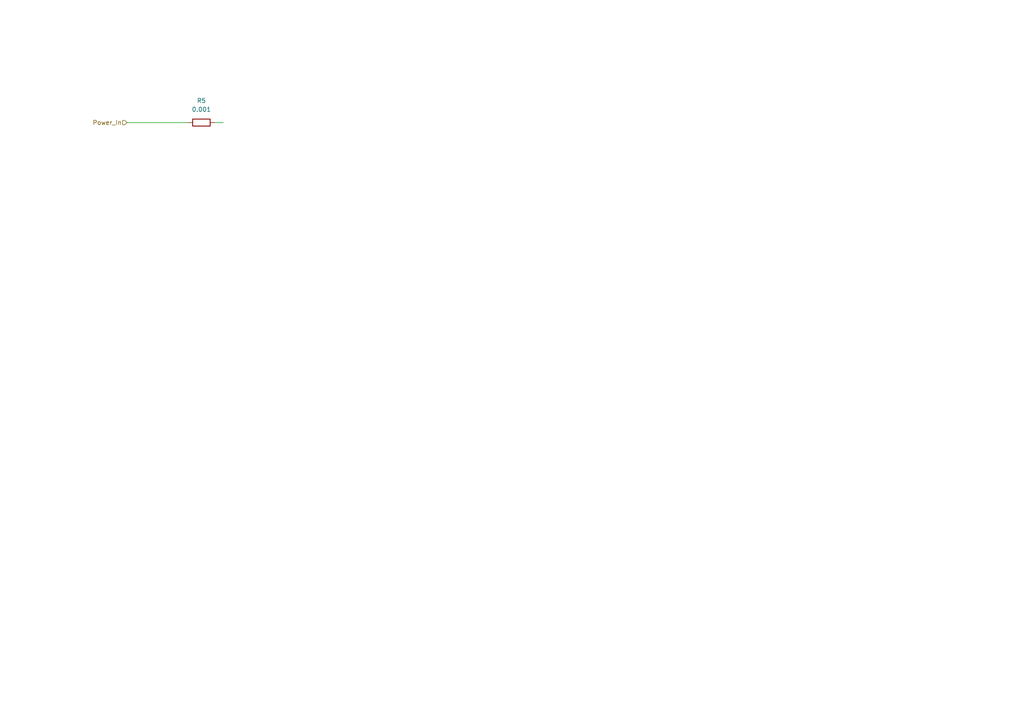
<source format=kicad_sch>
(kicad_sch (version 20231120) (generator "eeschema") (generator_version "8.0")
  (paper "A4")
  (lib_symbols
    (symbol "R_1" (pin_numbers hide) (pin_names (offset 0))
      (property "Reference" "R10" (at 6.35 0 90))
      (property "Value" "0.001" (at 3.81 0 90))
      (symbol "R_1_0_1"
        (rectangle (start -1.016 -2.54) (end 1.016 2.54) (stroke (width 0.254)))
      )
      (symbol "R_1_1_1"
        (pin passive line (at 0 3.81 270) (length 1.27) (name "~") (number "2"))
        (pin passive line (at 0 -3.81 90) (length 1.27) (name "~") (number "3"))
      )
    )
  )
  (wire (pts (xy 36.83 35.56) (xy 54.61 35.56)))
  (wire (pts (xy 62.23 35.56) (xy 64.77 35.56)))
  (hierarchical_label "Power_In" (shape input) (at 36.83 35.56 180))
  (symbol (lib_name "R_1") (lib_id "Device:R") (at 58.42 35.56 90) (unit 1)
    (property "Reference" "R5" (at 58.42 29.21 90))
    (property "Value" "0.001" (at 58.42 31.75 90))
    (property "Footprint" "SnapEDA Library:RES_WSK12161L000FEA" (effects (hide yes)))
  )
)
</source>
